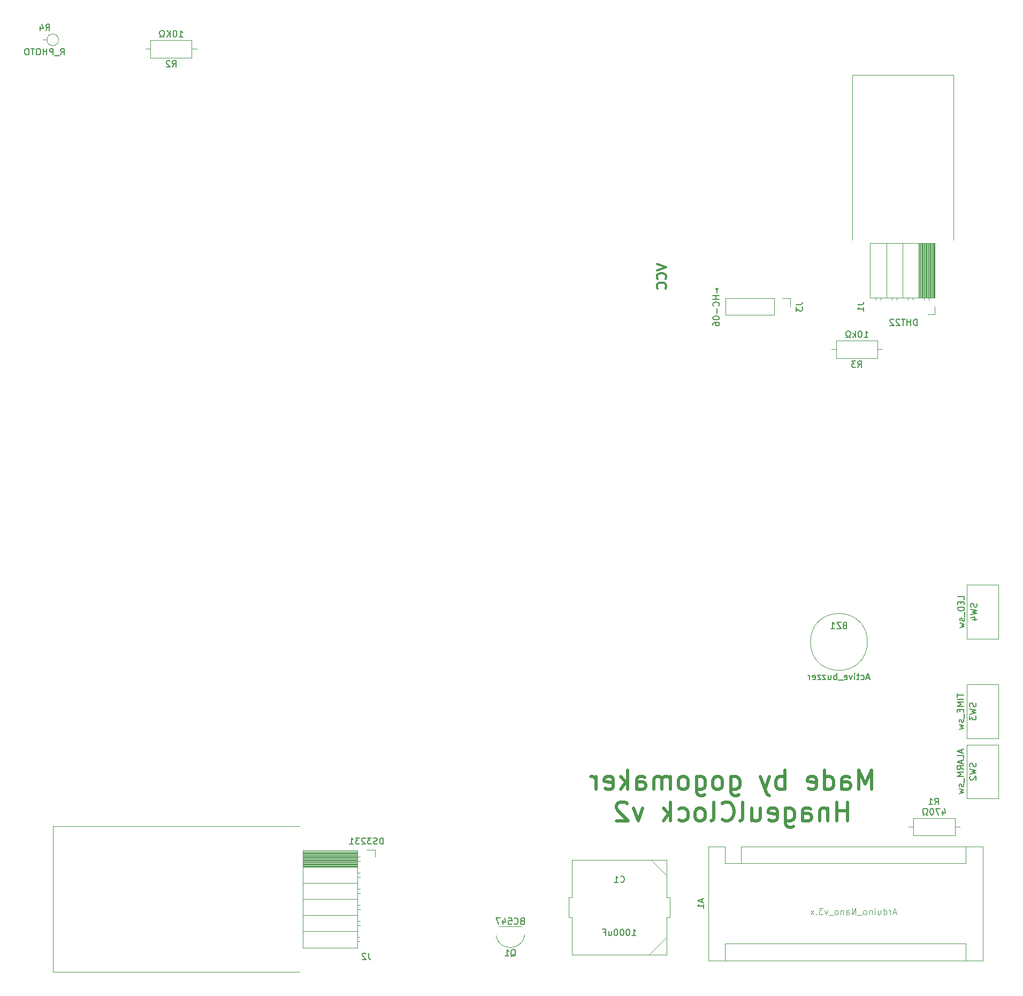
<source format=gbr>
%TF.GenerationSoftware,KiCad,Pcbnew,(5.1.10)-1*%
%TF.CreationDate,2021-08-20T16:32:08+09:00*%
%TF.ProjectId,hanClock,68616e43-6c6f-4636-9b2e-6b696361645f,rev?*%
%TF.SameCoordinates,Original*%
%TF.FileFunction,Legend,Bot*%
%TF.FilePolarity,Positive*%
%FSLAX46Y46*%
G04 Gerber Fmt 4.6, Leading zero omitted, Abs format (unit mm)*
G04 Created by KiCad (PCBNEW (5.1.10)-1) date 2021-08-20 16:32:08*
%MOMM*%
%LPD*%
G01*
G04 APERTURE LIST*
%ADD10C,0.500000*%
%ADD11C,0.300000*%
%ADD12C,0.100000*%
%ADD13C,0.120000*%
%ADD14C,0.150000*%
G04 APERTURE END LIST*
D10*
X135411000Y-122047142D02*
X135411000Y-119047142D01*
X134411000Y-121190000D01*
X133411000Y-119047142D01*
X133411000Y-122047142D01*
X130696714Y-122047142D02*
X130696714Y-120475714D01*
X130839571Y-120190000D01*
X131125285Y-120047142D01*
X131696714Y-120047142D01*
X131982428Y-120190000D01*
X130696714Y-121904285D02*
X130982428Y-122047142D01*
X131696714Y-122047142D01*
X131982428Y-121904285D01*
X132125285Y-121618571D01*
X132125285Y-121332857D01*
X131982428Y-121047142D01*
X131696714Y-120904285D01*
X130982428Y-120904285D01*
X130696714Y-120761428D01*
X127982428Y-122047142D02*
X127982428Y-119047142D01*
X127982428Y-121904285D02*
X128268142Y-122047142D01*
X128839571Y-122047142D01*
X129125285Y-121904285D01*
X129268142Y-121761428D01*
X129411000Y-121475714D01*
X129411000Y-120618571D01*
X129268142Y-120332857D01*
X129125285Y-120190000D01*
X128839571Y-120047142D01*
X128268142Y-120047142D01*
X127982428Y-120190000D01*
X125411000Y-121904285D02*
X125696714Y-122047142D01*
X126268142Y-122047142D01*
X126553857Y-121904285D01*
X126696714Y-121618571D01*
X126696714Y-120475714D01*
X126553857Y-120190000D01*
X126268142Y-120047142D01*
X125696714Y-120047142D01*
X125411000Y-120190000D01*
X125268142Y-120475714D01*
X125268142Y-120761428D01*
X126696714Y-121047142D01*
X121696714Y-122047142D02*
X121696714Y-119047142D01*
X121696714Y-120190000D02*
X121411000Y-120047142D01*
X120839571Y-120047142D01*
X120553857Y-120190000D01*
X120411000Y-120332857D01*
X120268142Y-120618571D01*
X120268142Y-121475714D01*
X120411000Y-121761428D01*
X120553857Y-121904285D01*
X120839571Y-122047142D01*
X121411000Y-122047142D01*
X121696714Y-121904285D01*
X119268142Y-120047142D02*
X118553857Y-122047142D01*
X117839571Y-120047142D02*
X118553857Y-122047142D01*
X118839571Y-122761428D01*
X118982428Y-122904285D01*
X119268142Y-123047142D01*
X113125285Y-120047142D02*
X113125285Y-122475714D01*
X113268142Y-122761428D01*
X113411000Y-122904285D01*
X113696714Y-123047142D01*
X114125285Y-123047142D01*
X114411000Y-122904285D01*
X113125285Y-121904285D02*
X113411000Y-122047142D01*
X113982428Y-122047142D01*
X114268142Y-121904285D01*
X114411000Y-121761428D01*
X114553857Y-121475714D01*
X114553857Y-120618571D01*
X114411000Y-120332857D01*
X114268142Y-120190000D01*
X113982428Y-120047142D01*
X113411000Y-120047142D01*
X113125285Y-120190000D01*
X111268142Y-122047142D02*
X111553857Y-121904285D01*
X111696714Y-121761428D01*
X111839571Y-121475714D01*
X111839571Y-120618571D01*
X111696714Y-120332857D01*
X111553857Y-120190000D01*
X111268142Y-120047142D01*
X110839571Y-120047142D01*
X110553857Y-120190000D01*
X110411000Y-120332857D01*
X110268142Y-120618571D01*
X110268142Y-121475714D01*
X110411000Y-121761428D01*
X110553857Y-121904285D01*
X110839571Y-122047142D01*
X111268142Y-122047142D01*
X107696714Y-120047142D02*
X107696714Y-122475714D01*
X107839571Y-122761428D01*
X107982428Y-122904285D01*
X108268142Y-123047142D01*
X108696714Y-123047142D01*
X108982428Y-122904285D01*
X107696714Y-121904285D02*
X107982428Y-122047142D01*
X108553857Y-122047142D01*
X108839571Y-121904285D01*
X108982428Y-121761428D01*
X109125285Y-121475714D01*
X109125285Y-120618571D01*
X108982428Y-120332857D01*
X108839571Y-120190000D01*
X108553857Y-120047142D01*
X107982428Y-120047142D01*
X107696714Y-120190000D01*
X105839571Y-122047142D02*
X106125285Y-121904285D01*
X106268142Y-121761428D01*
X106411000Y-121475714D01*
X106411000Y-120618571D01*
X106268142Y-120332857D01*
X106125285Y-120190000D01*
X105839571Y-120047142D01*
X105411000Y-120047142D01*
X105125285Y-120190000D01*
X104982428Y-120332857D01*
X104839571Y-120618571D01*
X104839571Y-121475714D01*
X104982428Y-121761428D01*
X105125285Y-121904285D01*
X105411000Y-122047142D01*
X105839571Y-122047142D01*
X103553857Y-122047142D02*
X103553857Y-120047142D01*
X103553857Y-120332857D02*
X103411000Y-120190000D01*
X103125285Y-120047142D01*
X102696714Y-120047142D01*
X102411000Y-120190000D01*
X102268142Y-120475714D01*
X102268142Y-122047142D01*
X102268142Y-120475714D02*
X102125285Y-120190000D01*
X101839571Y-120047142D01*
X101411000Y-120047142D01*
X101125285Y-120190000D01*
X100982428Y-120475714D01*
X100982428Y-122047142D01*
X98268142Y-122047142D02*
X98268142Y-120475714D01*
X98411000Y-120190000D01*
X98696714Y-120047142D01*
X99268142Y-120047142D01*
X99553857Y-120190000D01*
X98268142Y-121904285D02*
X98553857Y-122047142D01*
X99268142Y-122047142D01*
X99553857Y-121904285D01*
X99696714Y-121618571D01*
X99696714Y-121332857D01*
X99553857Y-121047142D01*
X99268142Y-120904285D01*
X98553857Y-120904285D01*
X98268142Y-120761428D01*
X96839571Y-122047142D02*
X96839571Y-119047142D01*
X96553857Y-120904285D02*
X95696714Y-122047142D01*
X95696714Y-120047142D02*
X96839571Y-121190000D01*
X93268142Y-121904285D02*
X93553857Y-122047142D01*
X94125285Y-122047142D01*
X94411000Y-121904285D01*
X94553857Y-121618571D01*
X94553857Y-120475714D01*
X94411000Y-120190000D01*
X94125285Y-120047142D01*
X93553857Y-120047142D01*
X93268142Y-120190000D01*
X93125285Y-120475714D01*
X93125285Y-120761428D01*
X94553857Y-121047142D01*
X91839571Y-122047142D02*
X91839571Y-120047142D01*
X91839571Y-120618571D02*
X91696714Y-120332857D01*
X91553857Y-120190000D01*
X91268142Y-120047142D01*
X90982428Y-120047142D01*
X131625285Y-127047142D02*
X131625285Y-124047142D01*
X131625285Y-125475714D02*
X129911000Y-125475714D01*
X129911000Y-127047142D02*
X129911000Y-124047142D01*
X128482428Y-125047142D02*
X128482428Y-127047142D01*
X128482428Y-125332857D02*
X128339571Y-125190000D01*
X128053857Y-125047142D01*
X127625285Y-125047142D01*
X127339571Y-125190000D01*
X127196714Y-125475714D01*
X127196714Y-127047142D01*
X124482428Y-127047142D02*
X124482428Y-125475714D01*
X124625285Y-125190000D01*
X124911000Y-125047142D01*
X125482428Y-125047142D01*
X125768142Y-125190000D01*
X124482428Y-126904285D02*
X124768142Y-127047142D01*
X125482428Y-127047142D01*
X125768142Y-126904285D01*
X125911000Y-126618571D01*
X125911000Y-126332857D01*
X125768142Y-126047142D01*
X125482428Y-125904285D01*
X124768142Y-125904285D01*
X124482428Y-125761428D01*
X121768142Y-125047142D02*
X121768142Y-127475714D01*
X121911000Y-127761428D01*
X122053857Y-127904285D01*
X122339571Y-128047142D01*
X122768142Y-128047142D01*
X123053857Y-127904285D01*
X121768142Y-126904285D02*
X122053857Y-127047142D01*
X122625285Y-127047142D01*
X122911000Y-126904285D01*
X123053857Y-126761428D01*
X123196714Y-126475714D01*
X123196714Y-125618571D01*
X123053857Y-125332857D01*
X122911000Y-125190000D01*
X122625285Y-125047142D01*
X122053857Y-125047142D01*
X121768142Y-125190000D01*
X119196714Y-126904285D02*
X119482428Y-127047142D01*
X120053857Y-127047142D01*
X120339571Y-126904285D01*
X120482428Y-126618571D01*
X120482428Y-125475714D01*
X120339571Y-125190000D01*
X120053857Y-125047142D01*
X119482428Y-125047142D01*
X119196714Y-125190000D01*
X119053857Y-125475714D01*
X119053857Y-125761428D01*
X120482428Y-126047142D01*
X116482428Y-125047142D02*
X116482428Y-127047142D01*
X117768142Y-125047142D02*
X117768142Y-126618571D01*
X117625285Y-126904285D01*
X117339571Y-127047142D01*
X116911000Y-127047142D01*
X116625285Y-126904285D01*
X116482428Y-126761428D01*
X114625285Y-127047142D02*
X114911000Y-126904285D01*
X115053857Y-126618571D01*
X115053857Y-124047142D01*
X111768142Y-126761428D02*
X111911000Y-126904285D01*
X112339571Y-127047142D01*
X112625285Y-127047142D01*
X113053857Y-126904285D01*
X113339571Y-126618571D01*
X113482428Y-126332857D01*
X113625285Y-125761428D01*
X113625285Y-125332857D01*
X113482428Y-124761428D01*
X113339571Y-124475714D01*
X113053857Y-124190000D01*
X112625285Y-124047142D01*
X112339571Y-124047142D01*
X111911000Y-124190000D01*
X111768142Y-124332857D01*
X110053857Y-127047142D02*
X110339571Y-126904285D01*
X110482428Y-126618571D01*
X110482428Y-124047142D01*
X108482428Y-127047142D02*
X108768142Y-126904285D01*
X108911000Y-126761428D01*
X109053857Y-126475714D01*
X109053857Y-125618571D01*
X108911000Y-125332857D01*
X108768142Y-125190000D01*
X108482428Y-125047142D01*
X108053857Y-125047142D01*
X107768142Y-125190000D01*
X107625285Y-125332857D01*
X107482428Y-125618571D01*
X107482428Y-126475714D01*
X107625285Y-126761428D01*
X107768142Y-126904285D01*
X108053857Y-127047142D01*
X108482428Y-127047142D01*
X104911000Y-126904285D02*
X105196714Y-127047142D01*
X105768142Y-127047142D01*
X106053857Y-126904285D01*
X106196714Y-126761428D01*
X106339571Y-126475714D01*
X106339571Y-125618571D01*
X106196714Y-125332857D01*
X106053857Y-125190000D01*
X105768142Y-125047142D01*
X105196714Y-125047142D01*
X104911000Y-125190000D01*
X103625285Y-127047142D02*
X103625285Y-124047142D01*
X103339571Y-125904285D02*
X102482428Y-127047142D01*
X102482428Y-125047142D02*
X103625285Y-126190000D01*
X99196714Y-125047142D02*
X98482428Y-127047142D01*
X97768142Y-125047142D01*
X96768142Y-124332857D02*
X96625285Y-124190000D01*
X96339571Y-124047142D01*
X95625285Y-124047142D01*
X95339571Y-124190000D01*
X95196714Y-124332857D01*
X95053857Y-124618571D01*
X95053857Y-124904285D01*
X95196714Y-125332857D01*
X96911000Y-127047142D01*
X95053857Y-127047142D01*
D11*
X101428571Y-39000000D02*
X102928571Y-39500000D01*
X101428571Y-40000000D01*
X102785714Y-41357142D02*
X102857142Y-41285714D01*
X102928571Y-41071428D01*
X102928571Y-40928571D01*
X102857142Y-40714285D01*
X102714285Y-40571428D01*
X102571428Y-40500000D01*
X102285714Y-40428571D01*
X102071428Y-40428571D01*
X101785714Y-40500000D01*
X101642857Y-40571428D01*
X101500000Y-40714285D01*
X101428571Y-40928571D01*
X101428571Y-41071428D01*
X101500000Y-41285714D01*
X101571428Y-41357142D01*
X102785714Y-42857142D02*
X102857142Y-42785714D01*
X102928571Y-42571428D01*
X102928571Y-42428571D01*
X102857142Y-42214285D01*
X102714285Y-42071428D01*
X102571428Y-42000000D01*
X102285714Y-41928571D01*
X102071428Y-41928571D01*
X101785714Y-42000000D01*
X101642857Y-42071428D01*
X101500000Y-42214285D01*
X101428571Y-42428571D01*
X101428571Y-42571428D01*
X101500000Y-42785714D01*
X101571428Y-42857142D01*
D12*
%TO.C,Q1*%
X75965755Y-145152773D02*
G75*
G03*
X80550000Y-145050000I2284245J402773D01*
G01*
X80050000Y-143730000D02*
X76450000Y-143730000D01*
D13*
%TO.C,SW2*%
X155500000Y-115000000D02*
X150500000Y-115000000D01*
X155500000Y-123500000D02*
X155500000Y-115000000D01*
X150500000Y-123500000D02*
X155500000Y-123500000D01*
X150500000Y-115000000D02*
X150500000Y-123500000D01*
%TO.C,J2*%
X56830000Y-132750000D02*
X56830000Y-131640000D01*
X56830000Y-131640000D02*
X55500000Y-131640000D01*
X45410000Y-147080000D02*
X45410000Y-131720000D01*
X45410000Y-131720000D02*
X54040000Y-131720000D01*
X54040000Y-147080000D02*
X54040000Y-131720000D01*
X45410000Y-147080000D02*
X54040000Y-147080000D01*
X45410000Y-134320000D02*
X54040000Y-134320000D01*
X45410000Y-136860000D02*
X54040000Y-136860000D01*
X45410000Y-139400000D02*
X54040000Y-139400000D01*
X45410000Y-141940000D02*
X54040000Y-141940000D01*
X45410000Y-144480000D02*
X54040000Y-144480000D01*
X54040000Y-132690000D02*
X54450000Y-132690000D01*
X54040000Y-133410000D02*
X54450000Y-133410000D01*
X54040000Y-135230000D02*
X54450000Y-135230000D01*
X54040000Y-135950000D02*
X54450000Y-135950000D01*
X54040000Y-137770000D02*
X54450000Y-137770000D01*
X54040000Y-138490000D02*
X54450000Y-138490000D01*
X54040000Y-140310000D02*
X54450000Y-140310000D01*
X54040000Y-141030000D02*
X54450000Y-141030000D01*
X54040000Y-142850000D02*
X54450000Y-142850000D01*
X54040000Y-143570000D02*
X54450000Y-143570000D01*
X54040000Y-145390000D02*
X54390000Y-145390000D01*
X54040000Y-146110000D02*
X54390000Y-146110000D01*
X45410000Y-131898100D02*
X54040000Y-131898100D01*
X45410000Y-132016195D02*
X54040000Y-132016195D01*
X45410000Y-132134290D02*
X54040000Y-132134290D01*
X45410000Y-132252385D02*
X54040000Y-132252385D01*
X45410000Y-132370480D02*
X54040000Y-132370480D01*
X45410000Y-132488575D02*
X54040000Y-132488575D01*
X45410000Y-132606670D02*
X54040000Y-132606670D01*
X45410000Y-132724765D02*
X54040000Y-132724765D01*
X45410000Y-132842860D02*
X54040000Y-132842860D01*
X45410000Y-132960955D02*
X54040000Y-132960955D01*
X45410000Y-133079050D02*
X54040000Y-133079050D01*
X45410000Y-133197145D02*
X54040000Y-133197145D01*
X45410000Y-133315240D02*
X54040000Y-133315240D01*
X45410000Y-133433335D02*
X54040000Y-133433335D01*
X45410000Y-133551430D02*
X54040000Y-133551430D01*
X45410000Y-133669525D02*
X54040000Y-133669525D01*
X45410000Y-133787620D02*
X54040000Y-133787620D01*
X45410000Y-133905715D02*
X54040000Y-133905715D01*
X45410000Y-134023810D02*
X54040000Y-134023810D01*
X45410000Y-134141905D02*
X54040000Y-134141905D01*
X45410000Y-134260000D02*
X54040000Y-134260000D01*
X44900000Y-150925000D02*
X5900000Y-150925000D01*
X44900000Y-127925000D02*
X5900000Y-127925000D01*
X5900000Y-150925000D02*
X5900000Y-127925000D01*
%TO.C,J1*%
X142990000Y-35660000D02*
X142990000Y-44290000D01*
X143108095Y-35660000D02*
X143108095Y-44290000D01*
X143226190Y-35660000D02*
X143226190Y-44290000D01*
X143344285Y-35660000D02*
X143344285Y-44290000D01*
X143462380Y-35660000D02*
X143462380Y-44290000D01*
X143580475Y-35660000D02*
X143580475Y-44290000D01*
X143698570Y-35660000D02*
X143698570Y-44290000D01*
X143816665Y-35660000D02*
X143816665Y-44290000D01*
X143934760Y-35660000D02*
X143934760Y-44290000D01*
X144052855Y-35660000D02*
X144052855Y-44290000D01*
X144170950Y-35660000D02*
X144170950Y-44290000D01*
X144289045Y-35660000D02*
X144289045Y-44290000D01*
X144407140Y-35660000D02*
X144407140Y-44290000D01*
X144525235Y-35660000D02*
X144525235Y-44290000D01*
X144643330Y-35660000D02*
X144643330Y-44290000D01*
X144761425Y-35660000D02*
X144761425Y-44290000D01*
X144879520Y-35660000D02*
X144879520Y-44290000D01*
X144997615Y-35660000D02*
X144997615Y-44290000D01*
X145115710Y-35660000D02*
X145115710Y-44290000D01*
X145233805Y-35660000D02*
X145233805Y-44290000D01*
X145351900Y-35660000D02*
X145351900Y-44290000D01*
X136140000Y-44290000D02*
X136140000Y-44640000D01*
X136860000Y-44290000D02*
X136860000Y-44640000D01*
X138680000Y-44290000D02*
X138680000Y-44700000D01*
X139400000Y-44290000D02*
X139400000Y-44700000D01*
X141220000Y-44290000D02*
X141220000Y-44700000D01*
X141940000Y-44290000D02*
X141940000Y-44700000D01*
X143760000Y-44290000D02*
X143760000Y-44700000D01*
X144480000Y-44290000D02*
X144480000Y-44700000D01*
X137770000Y-35660000D02*
X137770000Y-44290000D01*
X140310000Y-35660000D02*
X140310000Y-44290000D01*
X142850000Y-35660000D02*
X142850000Y-44290000D01*
X135170000Y-35660000D02*
X135170000Y-44290000D01*
X135170000Y-44290000D02*
X145450000Y-44290000D01*
X145450000Y-35660000D02*
X145450000Y-44290000D01*
X135170000Y-35660000D02*
X145450000Y-35660000D01*
X145410000Y-46980000D02*
X145410000Y-45650000D01*
X144300000Y-46980000D02*
X145410000Y-46980000D01*
X132350000Y-35150000D02*
X132350000Y-9150000D01*
X148350000Y-35150000D02*
X148350000Y-9150000D01*
X132350000Y-9150000D02*
X148350000Y-9150000D01*
%TO.C,R1*%
X149370000Y-128000000D02*
X148600000Y-128000000D01*
X141290000Y-128000000D02*
X142060000Y-128000000D01*
X148600000Y-129370000D02*
X142060000Y-129370000D01*
X148600000Y-126630000D02*
X148600000Y-129370000D01*
X142060000Y-126630000D02*
X148600000Y-126630000D01*
X142060000Y-129370000D02*
X142060000Y-126630000D01*
%TO.C,R2*%
X28620000Y-5000000D02*
X27850000Y-5000000D01*
X20540000Y-5000000D02*
X21310000Y-5000000D01*
X27850000Y-6370000D02*
X21310000Y-6370000D01*
X27850000Y-3630000D02*
X27850000Y-6370000D01*
X21310000Y-3630000D02*
X27850000Y-3630000D01*
X21310000Y-6370000D02*
X21310000Y-3630000D01*
%TO.C,R3*%
X137120000Y-52500000D02*
X136350000Y-52500000D01*
X129040000Y-52500000D02*
X129810000Y-52500000D01*
X136350000Y-53870000D02*
X129810000Y-53870000D01*
X136350000Y-51130000D02*
X136350000Y-53870000D01*
X129810000Y-51130000D02*
X136350000Y-51130000D01*
X129810000Y-53870000D02*
X129810000Y-51130000D01*
%TO.C,C1*%
X103004000Y-135716000D02*
X100504000Y-133216000D01*
X103004000Y-145416000D02*
X100204000Y-148216000D01*
X88004000Y-142316000D02*
X88004000Y-148216000D01*
X87504000Y-139116000D02*
X87504000Y-142316000D01*
X88004000Y-139116000D02*
X87504000Y-139116000D01*
X88004000Y-133216000D02*
X88004000Y-139116000D01*
X103004000Y-139116000D02*
X103004000Y-133216000D01*
X103504000Y-139116000D02*
X103004000Y-139116000D01*
X103504000Y-142316000D02*
X103504000Y-139116000D01*
X103004000Y-142316000D02*
X103504000Y-142316000D01*
X103004000Y-148216000D02*
X103004000Y-142316000D01*
X88004000Y-148216000D02*
X103004000Y-148216000D01*
X88004000Y-133216000D02*
X103004000Y-133216000D01*
X87504000Y-142316000D02*
X88004000Y-142316000D01*
%TO.C,A1*%
X109560000Y-149140000D02*
X109560000Y-131100000D01*
X153000000Y-149140000D02*
X109560000Y-149140000D01*
X153000000Y-131100000D02*
X153000000Y-149140000D01*
X150330000Y-133770000D02*
X150330000Y-131100000D01*
X114770000Y-133770000D02*
X150330000Y-133770000D01*
X114770000Y-133770000D02*
X114770000Y-131100000D01*
X150330000Y-146470000D02*
X150330000Y-149140000D01*
X112230000Y-146470000D02*
X150330000Y-146470000D01*
X112230000Y-146470000D02*
X112230000Y-149140000D01*
X109560000Y-131100000D02*
X112230000Y-131100000D01*
X114770000Y-131100000D02*
X153000000Y-131100000D01*
X112230000Y-133770000D02*
X112230000Y-131100000D01*
X114770000Y-133770000D02*
X112230000Y-133770000D01*
%TO.C,BZ1*%
X134750000Y-98750000D02*
G75*
G03*
X134750000Y-98750000I-4500000J0D01*
G01*
%TO.C,R4*%
X4922000Y-3556000D02*
X4302000Y-3556000D01*
X6762000Y-3556000D02*
G75*
G03*
X6762000Y-3556000I-920000J0D01*
G01*
%TO.C,SW3*%
X155500000Y-105500000D02*
X150500000Y-105500000D01*
X155500000Y-114000000D02*
X155500000Y-105500000D01*
X150500000Y-114000000D02*
X155500000Y-114000000D01*
X150500000Y-105500000D02*
X150500000Y-114000000D01*
%TO.C,SW4*%
X155500000Y-89750000D02*
X150500000Y-89750000D01*
X155500000Y-98250000D02*
X155500000Y-89750000D01*
X150500000Y-98250000D02*
X155500000Y-98250000D01*
X150500000Y-89750000D02*
X150500000Y-98250000D01*
%TO.C,J3*%
X122580000Y-45750000D02*
X122580000Y-44420000D01*
X122580000Y-44420000D02*
X121250000Y-44420000D01*
X119980000Y-44420000D02*
X112300000Y-44420000D01*
X112300000Y-47080000D02*
X112300000Y-44420000D01*
X119980000Y-47080000D02*
X112300000Y-47080000D01*
X119980000Y-47080000D02*
X119980000Y-44420000D01*
%TO.C,Q1*%
D14*
X78345238Y-148497619D02*
X78440476Y-148450000D01*
X78535714Y-148354761D01*
X78678571Y-148211904D01*
X78773809Y-148164285D01*
X78869047Y-148164285D01*
X78821428Y-148402380D02*
X78916666Y-148354761D01*
X79011904Y-148259523D01*
X79059523Y-148069047D01*
X79059523Y-147735714D01*
X79011904Y-147545238D01*
X78916666Y-147450000D01*
X78821428Y-147402380D01*
X78630952Y-147402380D01*
X78535714Y-147450000D01*
X78440476Y-147545238D01*
X78392857Y-147735714D01*
X78392857Y-148069047D01*
X78440476Y-148259523D01*
X78535714Y-148354761D01*
X78630952Y-148402380D01*
X78821428Y-148402380D01*
X77440476Y-148402380D02*
X78011904Y-148402380D01*
X77726190Y-148402380D02*
X77726190Y-147402380D01*
X77821428Y-147545238D01*
X77916666Y-147640476D01*
X78011904Y-147688095D01*
X80107142Y-142878571D02*
X79964285Y-142926190D01*
X79916666Y-142973809D01*
X79869047Y-143069047D01*
X79869047Y-143211904D01*
X79916666Y-143307142D01*
X79964285Y-143354761D01*
X80059523Y-143402380D01*
X80440476Y-143402380D01*
X80440476Y-142402380D01*
X80107142Y-142402380D01*
X80011904Y-142450000D01*
X79964285Y-142497619D01*
X79916666Y-142592857D01*
X79916666Y-142688095D01*
X79964285Y-142783333D01*
X80011904Y-142830952D01*
X80107142Y-142878571D01*
X80440476Y-142878571D01*
X78869047Y-143307142D02*
X78916666Y-143354761D01*
X79059523Y-143402380D01*
X79154761Y-143402380D01*
X79297619Y-143354761D01*
X79392857Y-143259523D01*
X79440476Y-143164285D01*
X79488095Y-142973809D01*
X79488095Y-142830952D01*
X79440476Y-142640476D01*
X79392857Y-142545238D01*
X79297619Y-142450000D01*
X79154761Y-142402380D01*
X79059523Y-142402380D01*
X78916666Y-142450000D01*
X78869047Y-142497619D01*
X77964285Y-142402380D02*
X78440476Y-142402380D01*
X78488095Y-142878571D01*
X78440476Y-142830952D01*
X78345238Y-142783333D01*
X78107142Y-142783333D01*
X78011904Y-142830952D01*
X77964285Y-142878571D01*
X77916666Y-142973809D01*
X77916666Y-143211904D01*
X77964285Y-143307142D01*
X78011904Y-143354761D01*
X78107142Y-143402380D01*
X78345238Y-143402380D01*
X78440476Y-143354761D01*
X78488095Y-143307142D01*
X77059523Y-142735714D02*
X77059523Y-143402380D01*
X77297619Y-142354761D02*
X77535714Y-143069047D01*
X76916666Y-143069047D01*
X76630952Y-142402380D02*
X75964285Y-142402380D01*
X76392857Y-143402380D01*
%TO.C,SW2*%
X151904761Y-117916666D02*
X151952380Y-118059523D01*
X151952380Y-118297619D01*
X151904761Y-118392857D01*
X151857142Y-118440476D01*
X151761904Y-118488095D01*
X151666666Y-118488095D01*
X151571428Y-118440476D01*
X151523809Y-118392857D01*
X151476190Y-118297619D01*
X151428571Y-118107142D01*
X151380952Y-118011904D01*
X151333333Y-117964285D01*
X151238095Y-117916666D01*
X151142857Y-117916666D01*
X151047619Y-117964285D01*
X151000000Y-118011904D01*
X150952380Y-118107142D01*
X150952380Y-118345238D01*
X151000000Y-118488095D01*
X150952380Y-118821428D02*
X151952380Y-119059523D01*
X151238095Y-119250000D01*
X151952380Y-119440476D01*
X150952380Y-119678571D01*
X151047619Y-120011904D02*
X151000000Y-120059523D01*
X150952380Y-120154761D01*
X150952380Y-120392857D01*
X151000000Y-120488095D01*
X151047619Y-120535714D01*
X151142857Y-120583333D01*
X151238095Y-120583333D01*
X151380952Y-120535714D01*
X151952380Y-119964285D01*
X151952380Y-120583333D01*
X149666666Y-115797619D02*
X149666666Y-116273809D01*
X149952380Y-115702380D02*
X148952380Y-116035714D01*
X149952380Y-116369047D01*
X149952380Y-117178571D02*
X149952380Y-116702380D01*
X148952380Y-116702380D01*
X149666666Y-117464285D02*
X149666666Y-117940476D01*
X149952380Y-117369047D02*
X148952380Y-117702380D01*
X149952380Y-118035714D01*
X149952380Y-118940476D02*
X149476190Y-118607142D01*
X149952380Y-118369047D02*
X148952380Y-118369047D01*
X148952380Y-118750000D01*
X149000000Y-118845238D01*
X149047619Y-118892857D01*
X149142857Y-118940476D01*
X149285714Y-118940476D01*
X149380952Y-118892857D01*
X149428571Y-118845238D01*
X149476190Y-118750000D01*
X149476190Y-118369047D01*
X149952380Y-119369047D02*
X148952380Y-119369047D01*
X149666666Y-119702380D01*
X148952380Y-120035714D01*
X149952380Y-120035714D01*
X150047619Y-120273809D02*
X150047619Y-121035714D01*
X149904761Y-121226190D02*
X149952380Y-121321428D01*
X149952380Y-121511904D01*
X149904761Y-121607142D01*
X149809523Y-121654761D01*
X149761904Y-121654761D01*
X149666666Y-121607142D01*
X149619047Y-121511904D01*
X149619047Y-121369047D01*
X149571428Y-121273809D01*
X149476190Y-121226190D01*
X149428571Y-121226190D01*
X149333333Y-121273809D01*
X149285714Y-121369047D01*
X149285714Y-121511904D01*
X149333333Y-121607142D01*
X149285714Y-121988095D02*
X149952380Y-122178571D01*
X149476190Y-122369047D01*
X149952380Y-122559523D01*
X149285714Y-122750000D01*
%TO.C,J2*%
X55833333Y-147972380D02*
X55833333Y-148686666D01*
X55880952Y-148829523D01*
X55976190Y-148924761D01*
X56119047Y-148972380D01*
X56214285Y-148972380D01*
X55404761Y-148067619D02*
X55357142Y-148020000D01*
X55261904Y-147972380D01*
X55023809Y-147972380D01*
X54928571Y-148020000D01*
X54880952Y-148067619D01*
X54833333Y-148162857D01*
X54833333Y-148258095D01*
X54880952Y-148400952D01*
X55452380Y-148972380D01*
X54833333Y-148972380D01*
X58142857Y-130732380D02*
X58142857Y-129732380D01*
X57904761Y-129732380D01*
X57761904Y-129780000D01*
X57666666Y-129875238D01*
X57619047Y-129970476D01*
X57571428Y-130160952D01*
X57571428Y-130303809D01*
X57619047Y-130494285D01*
X57666666Y-130589523D01*
X57761904Y-130684761D01*
X57904761Y-130732380D01*
X58142857Y-130732380D01*
X57190476Y-130684761D02*
X57047619Y-130732380D01*
X56809523Y-130732380D01*
X56714285Y-130684761D01*
X56666666Y-130637142D01*
X56619047Y-130541904D01*
X56619047Y-130446666D01*
X56666666Y-130351428D01*
X56714285Y-130303809D01*
X56809523Y-130256190D01*
X57000000Y-130208571D01*
X57095238Y-130160952D01*
X57142857Y-130113333D01*
X57190476Y-130018095D01*
X57190476Y-129922857D01*
X57142857Y-129827619D01*
X57095238Y-129780000D01*
X57000000Y-129732380D01*
X56761904Y-129732380D01*
X56619047Y-129780000D01*
X56285714Y-129732380D02*
X55666666Y-129732380D01*
X56000000Y-130113333D01*
X55857142Y-130113333D01*
X55761904Y-130160952D01*
X55714285Y-130208571D01*
X55666666Y-130303809D01*
X55666666Y-130541904D01*
X55714285Y-130637142D01*
X55761904Y-130684761D01*
X55857142Y-130732380D01*
X56142857Y-130732380D01*
X56238095Y-130684761D01*
X56285714Y-130637142D01*
X55285714Y-129827619D02*
X55238095Y-129780000D01*
X55142857Y-129732380D01*
X54904761Y-129732380D01*
X54809523Y-129780000D01*
X54761904Y-129827619D01*
X54714285Y-129922857D01*
X54714285Y-130018095D01*
X54761904Y-130160952D01*
X55333333Y-130732380D01*
X54714285Y-130732380D01*
X54380952Y-129732380D02*
X53761904Y-129732380D01*
X54095238Y-130113333D01*
X53952380Y-130113333D01*
X53857142Y-130160952D01*
X53809523Y-130208571D01*
X53761904Y-130303809D01*
X53761904Y-130541904D01*
X53809523Y-130637142D01*
X53857142Y-130684761D01*
X53952380Y-130732380D01*
X54238095Y-130732380D01*
X54333333Y-130684761D01*
X54380952Y-130637142D01*
X52809523Y-130732380D02*
X53380952Y-130732380D01*
X53095238Y-130732380D02*
X53095238Y-129732380D01*
X53190476Y-129875238D01*
X53285714Y-129970476D01*
X53380952Y-130018095D01*
%TO.C,J1*%
X133182380Y-45416666D02*
X133896666Y-45416666D01*
X134039523Y-45369047D01*
X134134761Y-45273809D01*
X134182380Y-45130952D01*
X134182380Y-45035714D01*
X134182380Y-46416666D02*
X134182380Y-45845238D01*
X134182380Y-46130952D02*
X133182380Y-46130952D01*
X133325238Y-46035714D01*
X133420476Y-45940476D01*
X133468095Y-45845238D01*
X142619047Y-48702380D02*
X142619047Y-47702380D01*
X142380952Y-47702380D01*
X142238095Y-47750000D01*
X142142857Y-47845238D01*
X142095238Y-47940476D01*
X142047619Y-48130952D01*
X142047619Y-48273809D01*
X142095238Y-48464285D01*
X142142857Y-48559523D01*
X142238095Y-48654761D01*
X142380952Y-48702380D01*
X142619047Y-48702380D01*
X141619047Y-48702380D02*
X141619047Y-47702380D01*
X141619047Y-48178571D02*
X141047619Y-48178571D01*
X141047619Y-48702380D02*
X141047619Y-47702380D01*
X140714285Y-47702380D02*
X140142857Y-47702380D01*
X140428571Y-48702380D02*
X140428571Y-47702380D01*
X139857142Y-47797619D02*
X139809523Y-47750000D01*
X139714285Y-47702380D01*
X139476190Y-47702380D01*
X139380952Y-47750000D01*
X139333333Y-47797619D01*
X139285714Y-47892857D01*
X139285714Y-47988095D01*
X139333333Y-48130952D01*
X139904761Y-48702380D01*
X139285714Y-48702380D01*
X138904761Y-47797619D02*
X138857142Y-47750000D01*
X138761904Y-47702380D01*
X138523809Y-47702380D01*
X138428571Y-47750000D01*
X138380952Y-47797619D01*
X138333333Y-47892857D01*
X138333333Y-47988095D01*
X138380952Y-48130952D01*
X138952380Y-48702380D01*
X138333333Y-48702380D01*
%TO.C,R1*%
X145416666Y-124452380D02*
X145750000Y-123976190D01*
X145988095Y-124452380D02*
X145988095Y-123452380D01*
X145607142Y-123452380D01*
X145511904Y-123500000D01*
X145464285Y-123547619D01*
X145416666Y-123642857D01*
X145416666Y-123785714D01*
X145464285Y-123880952D01*
X145511904Y-123928571D01*
X145607142Y-123976190D01*
X145988095Y-123976190D01*
X144464285Y-124452380D02*
X145035714Y-124452380D01*
X144750000Y-124452380D02*
X144750000Y-123452380D01*
X144845238Y-123595238D01*
X144940476Y-123690476D01*
X145035714Y-123738095D01*
X146663333Y-125415714D02*
X146663333Y-126082380D01*
X146901428Y-125034761D02*
X147139523Y-125749047D01*
X146520476Y-125749047D01*
X146234761Y-125082380D02*
X145568095Y-125082380D01*
X145996666Y-126082380D01*
X144996666Y-125082380D02*
X144901428Y-125082380D01*
X144806190Y-125130000D01*
X144758571Y-125177619D01*
X144710952Y-125272857D01*
X144663333Y-125463333D01*
X144663333Y-125701428D01*
X144710952Y-125891904D01*
X144758571Y-125987142D01*
X144806190Y-126034761D01*
X144901428Y-126082380D01*
X144996666Y-126082380D01*
X145091904Y-126034761D01*
X145139523Y-125987142D01*
X145187142Y-125891904D01*
X145234761Y-125701428D01*
X145234761Y-125463333D01*
X145187142Y-125272857D01*
X145139523Y-125177619D01*
X145091904Y-125130000D01*
X144996666Y-125082380D01*
X144282380Y-126082380D02*
X144044285Y-126082380D01*
X144044285Y-125891904D01*
X144139523Y-125844285D01*
X144234761Y-125749047D01*
X144282380Y-125606190D01*
X144282380Y-125368095D01*
X144234761Y-125225238D01*
X144139523Y-125130000D01*
X143996666Y-125082380D01*
X143806190Y-125082380D01*
X143663333Y-125130000D01*
X143568095Y-125225238D01*
X143520476Y-125368095D01*
X143520476Y-125606190D01*
X143568095Y-125749047D01*
X143663333Y-125844285D01*
X143758571Y-125891904D01*
X143758571Y-126082380D01*
X143520476Y-126082380D01*
%TO.C,R2*%
X24746666Y-7822380D02*
X25080000Y-7346190D01*
X25318095Y-7822380D02*
X25318095Y-6822380D01*
X24937142Y-6822380D01*
X24841904Y-6870000D01*
X24794285Y-6917619D01*
X24746666Y-7012857D01*
X24746666Y-7155714D01*
X24794285Y-7250952D01*
X24841904Y-7298571D01*
X24937142Y-7346190D01*
X25318095Y-7346190D01*
X24365714Y-6917619D02*
X24318095Y-6870000D01*
X24222857Y-6822380D01*
X23984761Y-6822380D01*
X23889523Y-6870000D01*
X23841904Y-6917619D01*
X23794285Y-7012857D01*
X23794285Y-7108095D01*
X23841904Y-7250952D01*
X24413333Y-7822380D01*
X23794285Y-7822380D01*
X25841904Y-3082380D02*
X26413333Y-3082380D01*
X26127619Y-3082380D02*
X26127619Y-2082380D01*
X26222857Y-2225238D01*
X26318095Y-2320476D01*
X26413333Y-2368095D01*
X25222857Y-2082380D02*
X25127619Y-2082380D01*
X25032380Y-2130000D01*
X24984761Y-2177619D01*
X24937142Y-2272857D01*
X24889523Y-2463333D01*
X24889523Y-2701428D01*
X24937142Y-2891904D01*
X24984761Y-2987142D01*
X25032380Y-3034761D01*
X25127619Y-3082380D01*
X25222857Y-3082380D01*
X25318095Y-3034761D01*
X25365714Y-2987142D01*
X25413333Y-2891904D01*
X25460952Y-2701428D01*
X25460952Y-2463333D01*
X25413333Y-2272857D01*
X25365714Y-2177619D01*
X25318095Y-2130000D01*
X25222857Y-2082380D01*
X24460952Y-3082380D02*
X24460952Y-2082380D01*
X23889523Y-3082380D02*
X24318095Y-2510952D01*
X23889523Y-2082380D02*
X24460952Y-2653809D01*
X23508571Y-3082380D02*
X23270476Y-3082380D01*
X23270476Y-2891904D01*
X23365714Y-2844285D01*
X23460952Y-2749047D01*
X23508571Y-2606190D01*
X23508571Y-2368095D01*
X23460952Y-2225238D01*
X23365714Y-2130000D01*
X23222857Y-2082380D01*
X23032380Y-2082380D01*
X22889523Y-2130000D01*
X22794285Y-2225238D01*
X22746666Y-2368095D01*
X22746666Y-2606190D01*
X22794285Y-2749047D01*
X22889523Y-2844285D01*
X22984761Y-2891904D01*
X22984761Y-3082380D01*
X22746666Y-3082380D01*
%TO.C,R3*%
X133246666Y-55322380D02*
X133580000Y-54846190D01*
X133818095Y-55322380D02*
X133818095Y-54322380D01*
X133437142Y-54322380D01*
X133341904Y-54370000D01*
X133294285Y-54417619D01*
X133246666Y-54512857D01*
X133246666Y-54655714D01*
X133294285Y-54750952D01*
X133341904Y-54798571D01*
X133437142Y-54846190D01*
X133818095Y-54846190D01*
X132913333Y-54322380D02*
X132294285Y-54322380D01*
X132627619Y-54703333D01*
X132484761Y-54703333D01*
X132389523Y-54750952D01*
X132341904Y-54798571D01*
X132294285Y-54893809D01*
X132294285Y-55131904D01*
X132341904Y-55227142D01*
X132389523Y-55274761D01*
X132484761Y-55322380D01*
X132770476Y-55322380D01*
X132865714Y-55274761D01*
X132913333Y-55227142D01*
X134246666Y-50582380D02*
X134818095Y-50582380D01*
X134532380Y-50582380D02*
X134532380Y-49582380D01*
X134627619Y-49725238D01*
X134722857Y-49820476D01*
X134818095Y-49868095D01*
X133627619Y-49582380D02*
X133532380Y-49582380D01*
X133437142Y-49630000D01*
X133389523Y-49677619D01*
X133341904Y-49772857D01*
X133294285Y-49963333D01*
X133294285Y-50201428D01*
X133341904Y-50391904D01*
X133389523Y-50487142D01*
X133437142Y-50534761D01*
X133532380Y-50582380D01*
X133627619Y-50582380D01*
X133722857Y-50534761D01*
X133770476Y-50487142D01*
X133818095Y-50391904D01*
X133865714Y-50201428D01*
X133865714Y-49963333D01*
X133818095Y-49772857D01*
X133770476Y-49677619D01*
X133722857Y-49630000D01*
X133627619Y-49582380D01*
X132865714Y-50582380D02*
X132865714Y-49582380D01*
X132770476Y-50201428D02*
X132484761Y-50582380D01*
X132484761Y-49915714D02*
X132865714Y-50296666D01*
X132103809Y-50582380D02*
X131865714Y-50582380D01*
X131865714Y-50391904D01*
X131960952Y-50344285D01*
X132056190Y-50249047D01*
X132103809Y-50106190D01*
X132103809Y-49868095D01*
X132056190Y-49725238D01*
X131960952Y-49630000D01*
X131818095Y-49582380D01*
X131627619Y-49582380D01*
X131484761Y-49630000D01*
X131389523Y-49725238D01*
X131341904Y-49868095D01*
X131341904Y-50106190D01*
X131389523Y-50249047D01*
X131484761Y-50344285D01*
X131580000Y-50391904D01*
X131580000Y-50582380D01*
X131341904Y-50582380D01*
%TO.C,C1*%
X95670666Y-136673142D02*
X95718285Y-136720761D01*
X95861142Y-136768380D01*
X95956380Y-136768380D01*
X96099238Y-136720761D01*
X96194476Y-136625523D01*
X96242095Y-136530285D01*
X96289714Y-136339809D01*
X96289714Y-136196952D01*
X96242095Y-136006476D01*
X96194476Y-135911238D01*
X96099238Y-135816000D01*
X95956380Y-135768380D01*
X95861142Y-135768380D01*
X95718285Y-135816000D01*
X95670666Y-135863619D01*
X94718285Y-136768380D02*
X95289714Y-136768380D01*
X95004000Y-136768380D02*
X95004000Y-135768380D01*
X95099238Y-135911238D01*
X95194476Y-136006476D01*
X95289714Y-136054095D01*
X97527809Y-145168380D02*
X98099238Y-145168380D01*
X97813523Y-145168380D02*
X97813523Y-144168380D01*
X97908761Y-144311238D01*
X98004000Y-144406476D01*
X98099238Y-144454095D01*
X96908761Y-144168380D02*
X96813523Y-144168380D01*
X96718285Y-144216000D01*
X96670666Y-144263619D01*
X96623047Y-144358857D01*
X96575428Y-144549333D01*
X96575428Y-144787428D01*
X96623047Y-144977904D01*
X96670666Y-145073142D01*
X96718285Y-145120761D01*
X96813523Y-145168380D01*
X96908761Y-145168380D01*
X97004000Y-145120761D01*
X97051619Y-145073142D01*
X97099238Y-144977904D01*
X97146857Y-144787428D01*
X97146857Y-144549333D01*
X97099238Y-144358857D01*
X97051619Y-144263619D01*
X97004000Y-144216000D01*
X96908761Y-144168380D01*
X95956380Y-144168380D02*
X95861142Y-144168380D01*
X95765904Y-144216000D01*
X95718285Y-144263619D01*
X95670666Y-144358857D01*
X95623047Y-144549333D01*
X95623047Y-144787428D01*
X95670666Y-144977904D01*
X95718285Y-145073142D01*
X95765904Y-145120761D01*
X95861142Y-145168380D01*
X95956380Y-145168380D01*
X96051619Y-145120761D01*
X96099238Y-145073142D01*
X96146857Y-144977904D01*
X96194476Y-144787428D01*
X96194476Y-144549333D01*
X96146857Y-144358857D01*
X96099238Y-144263619D01*
X96051619Y-144216000D01*
X95956380Y-144168380D01*
X95004000Y-144168380D02*
X94908761Y-144168380D01*
X94813523Y-144216000D01*
X94765904Y-144263619D01*
X94718285Y-144358857D01*
X94670666Y-144549333D01*
X94670666Y-144787428D01*
X94718285Y-144977904D01*
X94765904Y-145073142D01*
X94813523Y-145120761D01*
X94908761Y-145168380D01*
X95004000Y-145168380D01*
X95099238Y-145120761D01*
X95146857Y-145073142D01*
X95194476Y-144977904D01*
X95242095Y-144787428D01*
X95242095Y-144549333D01*
X95194476Y-144358857D01*
X95146857Y-144263619D01*
X95099238Y-144216000D01*
X95004000Y-144168380D01*
X93813523Y-144501714D02*
X93813523Y-145168380D01*
X94242095Y-144501714D02*
X94242095Y-145025523D01*
X94194476Y-145120761D01*
X94099238Y-145168380D01*
X93956380Y-145168380D01*
X93861142Y-145120761D01*
X93813523Y-145073142D01*
X93004000Y-144644571D02*
X93337333Y-144644571D01*
X93337333Y-145168380D02*
X93337333Y-144168380D01*
X92861142Y-144168380D01*
%TO.C,A1*%
X108586666Y-139405714D02*
X108586666Y-139881904D01*
X108872380Y-139310476D02*
X107872380Y-139643809D01*
X108872380Y-139977142D01*
X108872380Y-140834285D02*
X108872380Y-140262857D01*
X108872380Y-140548571D02*
X107872380Y-140548571D01*
X108015238Y-140453333D01*
X108110476Y-140358095D01*
X108158095Y-140262857D01*
D13*
X139288095Y-141556666D02*
X138811904Y-141556666D01*
X139383333Y-141842380D02*
X139050000Y-140842380D01*
X138716666Y-141842380D01*
X138383333Y-141842380D02*
X138383333Y-141175714D01*
X138383333Y-141366190D02*
X138335714Y-141270952D01*
X138288095Y-141223333D01*
X138192857Y-141175714D01*
X138097619Y-141175714D01*
X137335714Y-141842380D02*
X137335714Y-140842380D01*
X137335714Y-141794761D02*
X137430952Y-141842380D01*
X137621428Y-141842380D01*
X137716666Y-141794761D01*
X137764285Y-141747142D01*
X137811904Y-141651904D01*
X137811904Y-141366190D01*
X137764285Y-141270952D01*
X137716666Y-141223333D01*
X137621428Y-141175714D01*
X137430952Y-141175714D01*
X137335714Y-141223333D01*
X136430952Y-141175714D02*
X136430952Y-141842380D01*
X136859523Y-141175714D02*
X136859523Y-141699523D01*
X136811904Y-141794761D01*
X136716666Y-141842380D01*
X136573809Y-141842380D01*
X136478571Y-141794761D01*
X136430952Y-141747142D01*
X135954761Y-141842380D02*
X135954761Y-141175714D01*
X135954761Y-140842380D02*
X136002380Y-140890000D01*
X135954761Y-140937619D01*
X135907142Y-140890000D01*
X135954761Y-140842380D01*
X135954761Y-140937619D01*
X135478571Y-141175714D02*
X135478571Y-141842380D01*
X135478571Y-141270952D02*
X135430952Y-141223333D01*
X135335714Y-141175714D01*
X135192857Y-141175714D01*
X135097619Y-141223333D01*
X135050000Y-141318571D01*
X135050000Y-141842380D01*
X134430952Y-141842380D02*
X134526190Y-141794761D01*
X134573809Y-141747142D01*
X134621428Y-141651904D01*
X134621428Y-141366190D01*
X134573809Y-141270952D01*
X134526190Y-141223333D01*
X134430952Y-141175714D01*
X134288095Y-141175714D01*
X134192857Y-141223333D01*
X134145238Y-141270952D01*
X134097619Y-141366190D01*
X134097619Y-141651904D01*
X134145238Y-141747142D01*
X134192857Y-141794761D01*
X134288095Y-141842380D01*
X134430952Y-141842380D01*
X133907142Y-141937619D02*
X133145238Y-141937619D01*
X132907142Y-141842380D02*
X132907142Y-140842380D01*
X132335714Y-141842380D01*
X132335714Y-140842380D01*
X131430952Y-141842380D02*
X131430952Y-141318571D01*
X131478571Y-141223333D01*
X131573809Y-141175714D01*
X131764285Y-141175714D01*
X131859523Y-141223333D01*
X131430952Y-141794761D02*
X131526190Y-141842380D01*
X131764285Y-141842380D01*
X131859523Y-141794761D01*
X131907142Y-141699523D01*
X131907142Y-141604285D01*
X131859523Y-141509047D01*
X131764285Y-141461428D01*
X131526190Y-141461428D01*
X131430952Y-141413809D01*
X130954761Y-141175714D02*
X130954761Y-141842380D01*
X130954761Y-141270952D02*
X130907142Y-141223333D01*
X130811904Y-141175714D01*
X130669047Y-141175714D01*
X130573809Y-141223333D01*
X130526190Y-141318571D01*
X130526190Y-141842380D01*
X129907142Y-141842380D02*
X130002380Y-141794761D01*
X130050000Y-141747142D01*
X130097619Y-141651904D01*
X130097619Y-141366190D01*
X130050000Y-141270952D01*
X130002380Y-141223333D01*
X129907142Y-141175714D01*
X129764285Y-141175714D01*
X129669047Y-141223333D01*
X129621428Y-141270952D01*
X129573809Y-141366190D01*
X129573809Y-141651904D01*
X129621428Y-141747142D01*
X129669047Y-141794761D01*
X129764285Y-141842380D01*
X129907142Y-141842380D01*
X129383333Y-141937619D02*
X128621428Y-141937619D01*
X128478571Y-141175714D02*
X128240476Y-141842380D01*
X128002380Y-141175714D01*
X127716666Y-140842380D02*
X127097619Y-140842380D01*
X127430952Y-141223333D01*
X127288095Y-141223333D01*
X127192857Y-141270952D01*
X127145238Y-141318571D01*
X127097619Y-141413809D01*
X127097619Y-141651904D01*
X127145238Y-141747142D01*
X127192857Y-141794761D01*
X127288095Y-141842380D01*
X127573809Y-141842380D01*
X127669047Y-141794761D01*
X127716666Y-141747142D01*
X126669047Y-141747142D02*
X126621428Y-141794761D01*
X126669047Y-141842380D01*
X126716666Y-141794761D01*
X126669047Y-141747142D01*
X126669047Y-141842380D01*
X126288095Y-141842380D02*
X125764285Y-141175714D01*
X126288095Y-141175714D02*
X125764285Y-141842380D01*
%TO.C,BZ1*%
D14*
X131130952Y-96138571D02*
X130988095Y-96186190D01*
X130940476Y-96233809D01*
X130892857Y-96329047D01*
X130892857Y-96471904D01*
X130940476Y-96567142D01*
X130988095Y-96614761D01*
X131083333Y-96662380D01*
X131464285Y-96662380D01*
X131464285Y-95662380D01*
X131130952Y-95662380D01*
X131035714Y-95710000D01*
X130988095Y-95757619D01*
X130940476Y-95852857D01*
X130940476Y-95948095D01*
X130988095Y-96043333D01*
X131035714Y-96090952D01*
X131130952Y-96138571D01*
X131464285Y-96138571D01*
X130559523Y-95662380D02*
X129892857Y-95662380D01*
X130559523Y-96662380D01*
X129892857Y-96662380D01*
X128988095Y-96662380D02*
X129559523Y-96662380D01*
X129273809Y-96662380D02*
X129273809Y-95662380D01*
X129369047Y-95805238D01*
X129464285Y-95900476D01*
X129559523Y-95948095D01*
X135083333Y-104433666D02*
X134607142Y-104433666D01*
X135178571Y-104719380D02*
X134845238Y-103719380D01*
X134511904Y-104719380D01*
X133750000Y-104671761D02*
X133845238Y-104719380D01*
X134035714Y-104719380D01*
X134130952Y-104671761D01*
X134178571Y-104624142D01*
X134226190Y-104528904D01*
X134226190Y-104243190D01*
X134178571Y-104147952D01*
X134130952Y-104100333D01*
X134035714Y-104052714D01*
X133845238Y-104052714D01*
X133750000Y-104100333D01*
X133464285Y-104052714D02*
X133083333Y-104052714D01*
X133321428Y-103719380D02*
X133321428Y-104576523D01*
X133273809Y-104671761D01*
X133178571Y-104719380D01*
X133083333Y-104719380D01*
X132750000Y-104719380D02*
X132750000Y-104052714D01*
X132750000Y-103719380D02*
X132797619Y-103767000D01*
X132750000Y-103814619D01*
X132702380Y-103767000D01*
X132750000Y-103719380D01*
X132750000Y-103814619D01*
X132369047Y-104052714D02*
X132130952Y-104719380D01*
X131892857Y-104052714D01*
X131130952Y-104671761D02*
X131226190Y-104719380D01*
X131416666Y-104719380D01*
X131511904Y-104671761D01*
X131559523Y-104576523D01*
X131559523Y-104195571D01*
X131511904Y-104100333D01*
X131416666Y-104052714D01*
X131226190Y-104052714D01*
X131130952Y-104100333D01*
X131083333Y-104195571D01*
X131083333Y-104290809D01*
X131559523Y-104386047D01*
X130892857Y-104814619D02*
X130130952Y-104814619D01*
X129892857Y-104719380D02*
X129892857Y-103719380D01*
X129892857Y-104100333D02*
X129797619Y-104052714D01*
X129607142Y-104052714D01*
X129511904Y-104100333D01*
X129464285Y-104147952D01*
X129416666Y-104243190D01*
X129416666Y-104528904D01*
X129464285Y-104624142D01*
X129511904Y-104671761D01*
X129607142Y-104719380D01*
X129797619Y-104719380D01*
X129892857Y-104671761D01*
X128559523Y-104052714D02*
X128559523Y-104719380D01*
X128988095Y-104052714D02*
X128988095Y-104576523D01*
X128940476Y-104671761D01*
X128845238Y-104719380D01*
X128702380Y-104719380D01*
X128607142Y-104671761D01*
X128559523Y-104624142D01*
X128178571Y-104052714D02*
X127654761Y-104052714D01*
X128178571Y-104719380D01*
X127654761Y-104719380D01*
X127369047Y-104052714D02*
X126845238Y-104052714D01*
X127369047Y-104719380D01*
X126845238Y-104719380D01*
X126083333Y-104671761D02*
X126178571Y-104719380D01*
X126369047Y-104719380D01*
X126464285Y-104671761D01*
X126511904Y-104576523D01*
X126511904Y-104195571D01*
X126464285Y-104100333D01*
X126369047Y-104052714D01*
X126178571Y-104052714D01*
X126083333Y-104100333D01*
X126035714Y-104195571D01*
X126035714Y-104290809D01*
X126511904Y-104386047D01*
X125607142Y-104719380D02*
X125607142Y-104052714D01*
X125607142Y-104243190D02*
X125559523Y-104147952D01*
X125511904Y-104100333D01*
X125416666Y-104052714D01*
X125321428Y-104052714D01*
%TO.C,R4*%
X4738666Y-2088380D02*
X5072000Y-1612190D01*
X5310095Y-2088380D02*
X5310095Y-1088380D01*
X4929142Y-1088380D01*
X4833904Y-1136000D01*
X4786285Y-1183619D01*
X4738666Y-1278857D01*
X4738666Y-1421714D01*
X4786285Y-1516952D01*
X4833904Y-1564571D01*
X4929142Y-1612190D01*
X5310095Y-1612190D01*
X3881523Y-1421714D02*
X3881523Y-2088380D01*
X4119619Y-1040761D02*
X4357714Y-1755047D01*
X3738666Y-1755047D01*
X7095809Y-5928380D02*
X7429142Y-5452190D01*
X7667238Y-5928380D02*
X7667238Y-4928380D01*
X7286285Y-4928380D01*
X7191047Y-4976000D01*
X7143428Y-5023619D01*
X7095809Y-5118857D01*
X7095809Y-5261714D01*
X7143428Y-5356952D01*
X7191047Y-5404571D01*
X7286285Y-5452190D01*
X7667238Y-5452190D01*
X6905333Y-6023619D02*
X6143428Y-6023619D01*
X5905333Y-5928380D02*
X5905333Y-4928380D01*
X5524380Y-4928380D01*
X5429142Y-4976000D01*
X5381523Y-5023619D01*
X5333904Y-5118857D01*
X5333904Y-5261714D01*
X5381523Y-5356952D01*
X5429142Y-5404571D01*
X5524380Y-5452190D01*
X5905333Y-5452190D01*
X4905333Y-5928380D02*
X4905333Y-4928380D01*
X4905333Y-5404571D02*
X4333904Y-5404571D01*
X4333904Y-5928380D02*
X4333904Y-4928380D01*
X3667238Y-4928380D02*
X3476761Y-4928380D01*
X3381523Y-4976000D01*
X3286285Y-5071238D01*
X3238666Y-5261714D01*
X3238666Y-5595047D01*
X3286285Y-5785523D01*
X3381523Y-5880761D01*
X3476761Y-5928380D01*
X3667238Y-5928380D01*
X3762476Y-5880761D01*
X3857714Y-5785523D01*
X3905333Y-5595047D01*
X3905333Y-5261714D01*
X3857714Y-5071238D01*
X3762476Y-4976000D01*
X3667238Y-4928380D01*
X2952952Y-4928380D02*
X2381523Y-4928380D01*
X2667238Y-5928380D02*
X2667238Y-4928380D01*
X1857714Y-4928380D02*
X1667238Y-4928380D01*
X1571999Y-4976000D01*
X1476761Y-5071238D01*
X1429142Y-5261714D01*
X1429142Y-5595047D01*
X1476761Y-5785523D01*
X1571999Y-5880761D01*
X1667238Y-5928380D01*
X1857714Y-5928380D01*
X1952952Y-5880761D01*
X2048190Y-5785523D01*
X2095809Y-5595047D01*
X2095809Y-5261714D01*
X2048190Y-5071238D01*
X1952952Y-4976000D01*
X1857714Y-4928380D01*
%TO.C,SW3*%
X151904761Y-108416666D02*
X151952380Y-108559523D01*
X151952380Y-108797619D01*
X151904761Y-108892857D01*
X151857142Y-108940476D01*
X151761904Y-108988095D01*
X151666666Y-108988095D01*
X151571428Y-108940476D01*
X151523809Y-108892857D01*
X151476190Y-108797619D01*
X151428571Y-108607142D01*
X151380952Y-108511904D01*
X151333333Y-108464285D01*
X151238095Y-108416666D01*
X151142857Y-108416666D01*
X151047619Y-108464285D01*
X151000000Y-108511904D01*
X150952380Y-108607142D01*
X150952380Y-108845238D01*
X151000000Y-108988095D01*
X150952380Y-109321428D02*
X151952380Y-109559523D01*
X151238095Y-109750000D01*
X151952380Y-109940476D01*
X150952380Y-110178571D01*
X150952380Y-110464285D02*
X150952380Y-111083333D01*
X151333333Y-110750000D01*
X151333333Y-110892857D01*
X151380952Y-110988095D01*
X151428571Y-111035714D01*
X151523809Y-111083333D01*
X151761904Y-111083333D01*
X151857142Y-111035714D01*
X151904761Y-110988095D01*
X151952380Y-110892857D01*
X151952380Y-110607142D01*
X151904761Y-110511904D01*
X151857142Y-110464285D01*
X148952380Y-106892857D02*
X148952380Y-107464285D01*
X149952380Y-107178571D02*
X148952380Y-107178571D01*
X149952380Y-107797619D02*
X148952380Y-107797619D01*
X149952380Y-108273809D02*
X148952380Y-108273809D01*
X149666666Y-108607142D01*
X148952380Y-108940476D01*
X149952380Y-108940476D01*
X149428571Y-109416666D02*
X149428571Y-109750000D01*
X149952380Y-109892857D02*
X149952380Y-109416666D01*
X148952380Y-109416666D01*
X148952380Y-109892857D01*
X150047619Y-110083333D02*
X150047619Y-110845238D01*
X149904761Y-111035714D02*
X149952380Y-111130952D01*
X149952380Y-111321428D01*
X149904761Y-111416666D01*
X149809523Y-111464285D01*
X149761904Y-111464285D01*
X149666666Y-111416666D01*
X149619047Y-111321428D01*
X149619047Y-111178571D01*
X149571428Y-111083333D01*
X149476190Y-111035714D01*
X149428571Y-111035714D01*
X149333333Y-111083333D01*
X149285714Y-111178571D01*
X149285714Y-111321428D01*
X149333333Y-111416666D01*
X149285714Y-111797619D02*
X149952380Y-111988095D01*
X149476190Y-112178571D01*
X149952380Y-112369047D01*
X149285714Y-112559523D01*
%TO.C,SW4*%
X152044760Y-92666666D02*
X152092379Y-92809523D01*
X152092379Y-93047619D01*
X152044760Y-93142857D01*
X151997141Y-93190476D01*
X151901903Y-93238095D01*
X151806665Y-93238095D01*
X151711427Y-93190476D01*
X151663808Y-93142857D01*
X151616189Y-93047619D01*
X151568570Y-92857142D01*
X151520951Y-92761904D01*
X151473332Y-92714285D01*
X151378094Y-92666666D01*
X151282856Y-92666666D01*
X151187618Y-92714285D01*
X151139999Y-92761904D01*
X151092379Y-92857142D01*
X151092379Y-93095238D01*
X151139999Y-93238095D01*
X151092379Y-93571428D02*
X152092379Y-93809523D01*
X151378094Y-94000000D01*
X152092379Y-94190476D01*
X151092379Y-94428571D01*
X151425713Y-95238095D02*
X152092379Y-95238095D01*
X151044760Y-95000000D02*
X151759046Y-94761904D01*
X151759046Y-95380952D01*
X150092379Y-92047619D02*
X150092379Y-91571428D01*
X149092379Y-91571428D01*
X149568570Y-92380952D02*
X149568570Y-92714285D01*
X150092379Y-92857142D02*
X150092379Y-92380952D01*
X149092379Y-92380952D01*
X149092379Y-92857142D01*
X150092379Y-93285714D02*
X149092379Y-93285714D01*
X149092379Y-93523809D01*
X149139999Y-93666666D01*
X149235237Y-93761904D01*
X149330475Y-93809523D01*
X149520951Y-93857142D01*
X149663808Y-93857142D01*
X149854284Y-93809523D01*
X149949522Y-93761904D01*
X150044760Y-93666666D01*
X150092379Y-93523809D01*
X150092379Y-93285714D01*
X150187618Y-94047619D02*
X150187618Y-94809523D01*
X150044760Y-95000000D02*
X150092379Y-95095238D01*
X150092379Y-95285714D01*
X150044760Y-95380952D01*
X149949522Y-95428571D01*
X149901903Y-95428571D01*
X149806665Y-95380952D01*
X149759046Y-95285714D01*
X149759046Y-95142857D01*
X149711427Y-95047619D01*
X149616189Y-95000000D01*
X149568570Y-95000000D01*
X149473332Y-95047619D01*
X149425713Y-95142857D01*
X149425713Y-95285714D01*
X149473332Y-95380952D01*
X149425713Y-95761904D02*
X150092379Y-95952380D01*
X149616189Y-96142857D01*
X150092379Y-96333333D01*
X149425713Y-96523809D01*
%TO.C,J3*%
X123472380Y-45416666D02*
X124186666Y-45416666D01*
X124329523Y-45369047D01*
X124424761Y-45273809D01*
X124472380Y-45130952D01*
X124472380Y-45035714D01*
X123472380Y-45797619D02*
X123472380Y-46416666D01*
X123853333Y-46083333D01*
X123853333Y-46226190D01*
X123900952Y-46321428D01*
X123948571Y-46369047D01*
X124043809Y-46416666D01*
X124281904Y-46416666D01*
X124377142Y-46369047D01*
X124424761Y-46321428D01*
X124472380Y-46226190D01*
X124472380Y-45940476D01*
X124424761Y-45845238D01*
X124377142Y-45797619D01*
X110931428Y-43535714D02*
X110931428Y-42773809D01*
X111121904Y-42964285D02*
X110931428Y-42773809D01*
X110740952Y-42964285D01*
X111312380Y-44011904D02*
X110312380Y-44011904D01*
X110788571Y-44011904D02*
X110788571Y-44583333D01*
X111312380Y-44583333D02*
X110312380Y-44583333D01*
X111217142Y-45630952D02*
X111264761Y-45583333D01*
X111312380Y-45440476D01*
X111312380Y-45345238D01*
X111264761Y-45202380D01*
X111169523Y-45107142D01*
X111074285Y-45059523D01*
X110883809Y-45011904D01*
X110740952Y-45011904D01*
X110550476Y-45059523D01*
X110455238Y-45107142D01*
X110360000Y-45202380D01*
X110312380Y-45345238D01*
X110312380Y-45440476D01*
X110360000Y-45583333D01*
X110407619Y-45630952D01*
X110931428Y-46059523D02*
X110931428Y-46821428D01*
X110312380Y-47488095D02*
X110312380Y-47583333D01*
X110360000Y-47678571D01*
X110407619Y-47726190D01*
X110502857Y-47773809D01*
X110693333Y-47821428D01*
X110931428Y-47821428D01*
X111121904Y-47773809D01*
X111217142Y-47726190D01*
X111264761Y-47678571D01*
X111312380Y-47583333D01*
X111312380Y-47488095D01*
X111264761Y-47392857D01*
X111217142Y-47345238D01*
X111121904Y-47297619D01*
X110931428Y-47250000D01*
X110693333Y-47250000D01*
X110502857Y-47297619D01*
X110407619Y-47345238D01*
X110360000Y-47392857D01*
X110312380Y-47488095D01*
X110312380Y-48678571D02*
X110312380Y-48488095D01*
X110360000Y-48392857D01*
X110407619Y-48345238D01*
X110550476Y-48250000D01*
X110740952Y-48202380D01*
X111121904Y-48202380D01*
X111217142Y-48250000D01*
X111264761Y-48297619D01*
X111312380Y-48392857D01*
X111312380Y-48583333D01*
X111264761Y-48678571D01*
X111217142Y-48726190D01*
X111121904Y-48773809D01*
X110883809Y-48773809D01*
X110788571Y-48726190D01*
X110740952Y-48678571D01*
X110693333Y-48583333D01*
X110693333Y-48392857D01*
X110740952Y-48297619D01*
X110788571Y-48250000D01*
X110883809Y-48202380D01*
%TD*%
M02*

</source>
